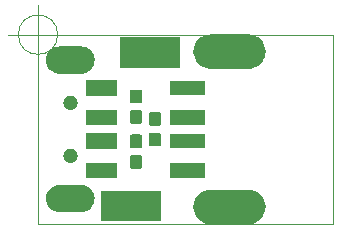
<source format=gbr>
G04 #@! TF.GenerationSoftware,KiCad,Pcbnew,(5.1.2)-2*
G04 #@! TF.CreationDate,2019-08-27T22:51:35+12:00*
G04 #@! TF.ProjectId,CacPP_PIC10,43616350-505f-4504-9943-31302e6b6963,rev?*
G04 #@! TF.SameCoordinates,Original*
G04 #@! TF.FileFunction,Soldermask,Top*
G04 #@! TF.FilePolarity,Negative*
%FSLAX46Y46*%
G04 Gerber Fmt 4.6, Leading zero omitted, Abs format (unit mm)*
G04 Created by KiCad (PCBNEW (5.1.2)-2) date 2019-08-27 22:51:35*
%MOMM*%
%LPD*%
G04 APERTURE LIST*
%ADD10C,0.050000*%
%ADD11C,0.100000*%
G04 APERTURE END LIST*
D10*
X51666666Y-30000000D02*
G75*
G03X51666666Y-30000000I-1666666J0D01*
G01*
X47500000Y-30000000D02*
X52500000Y-30000000D01*
X50000000Y-27500000D02*
X50000000Y-32500000D01*
X50000000Y-46000000D02*
X53000000Y-46000000D01*
X50000000Y-30000000D02*
X50000000Y-46000000D01*
X53000000Y-30000000D02*
X50000000Y-30000000D01*
X75000000Y-30000000D02*
X53000000Y-30000000D01*
X75000000Y-46000000D02*
X53000000Y-46000000D01*
X75000000Y-30000000D02*
X75000000Y-46000000D01*
D11*
G36*
X67997861Y-43129498D02*
G01*
X68104446Y-43139995D01*
X68377960Y-43222965D01*
X68377963Y-43222966D01*
X68630028Y-43357698D01*
X68630029Y-43357699D01*
X68630033Y-43357701D01*
X68850976Y-43539024D01*
X69032299Y-43759967D01*
X69032301Y-43759971D01*
X69032302Y-43759972D01*
X69167034Y-44012037D01*
X69167035Y-44012040D01*
X69250005Y-44285554D01*
X69278020Y-44570000D01*
X69250005Y-44854446D01*
X69230565Y-44918530D01*
X69167034Y-45127963D01*
X69032302Y-45380028D01*
X69032299Y-45380033D01*
X68850976Y-45600976D01*
X68630033Y-45782299D01*
X68630029Y-45782301D01*
X68630028Y-45782302D01*
X68377963Y-45917034D01*
X68377960Y-45917035D01*
X68104446Y-46000005D01*
X67997861Y-46010502D01*
X67891278Y-46021000D01*
X64548722Y-46021000D01*
X64442139Y-46010502D01*
X64335554Y-46000005D01*
X64062040Y-45917035D01*
X64062037Y-45917034D01*
X63809972Y-45782302D01*
X63809971Y-45782301D01*
X63809967Y-45782299D01*
X63589024Y-45600976D01*
X63407701Y-45380033D01*
X63407698Y-45380028D01*
X63272966Y-45127963D01*
X63209435Y-44918530D01*
X63189995Y-44854446D01*
X63161980Y-44570000D01*
X63189995Y-44285554D01*
X63272965Y-44012040D01*
X63272966Y-44012037D01*
X63407698Y-43759972D01*
X63407699Y-43759971D01*
X63407701Y-43759967D01*
X63589024Y-43539024D01*
X63809967Y-43357701D01*
X63809971Y-43357699D01*
X63809972Y-43357698D01*
X64062037Y-43222966D01*
X64062040Y-43222965D01*
X64335554Y-43139995D01*
X64442139Y-43129498D01*
X64548722Y-43119000D01*
X67891278Y-43119000D01*
X67997861Y-43129498D01*
X67997861Y-43129498D01*
G37*
G36*
X60451000Y-45801000D02*
G01*
X55349000Y-45801000D01*
X55349000Y-43199000D01*
X60451000Y-43199000D01*
X60451000Y-45801000D01*
X60451000Y-45801000D01*
G37*
G36*
X53819271Y-42710103D02*
G01*
X53875635Y-42715654D01*
X54092600Y-42781470D01*
X54092602Y-42781471D01*
X54292555Y-42888347D01*
X54467818Y-43032182D01*
X54611653Y-43207445D01*
X54718529Y-43407398D01*
X54718530Y-43407400D01*
X54784346Y-43624365D01*
X54806569Y-43850000D01*
X54784346Y-44075635D01*
X54720667Y-44285556D01*
X54718529Y-44292602D01*
X54611653Y-44492555D01*
X54467818Y-44667818D01*
X54292555Y-44811653D01*
X54092602Y-44918529D01*
X54092600Y-44918530D01*
X53875635Y-44984346D01*
X53819271Y-44989897D01*
X53706545Y-45001000D01*
X51793455Y-45001000D01*
X51680729Y-44989897D01*
X51624365Y-44984346D01*
X51407400Y-44918530D01*
X51407398Y-44918529D01*
X51207445Y-44811653D01*
X51032182Y-44667818D01*
X50888347Y-44492555D01*
X50781471Y-44292602D01*
X50779334Y-44285556D01*
X50715654Y-44075635D01*
X50693431Y-43850000D01*
X50715654Y-43624365D01*
X50781470Y-43407400D01*
X50781471Y-43407398D01*
X50888347Y-43207445D01*
X51032182Y-43032182D01*
X51207445Y-42888347D01*
X51407398Y-42781471D01*
X51407400Y-42781470D01*
X51624365Y-42715654D01*
X51680729Y-42710103D01*
X51793455Y-42699000D01*
X53706545Y-42699000D01*
X53819271Y-42710103D01*
X53819271Y-42710103D01*
G37*
G36*
X56651000Y-42151000D02*
G01*
X54049000Y-42151000D01*
X54049000Y-40849000D01*
X56651000Y-40849000D01*
X56651000Y-42151000D01*
X56651000Y-42151000D01*
G37*
G36*
X64131000Y-42111000D02*
G01*
X61149000Y-42111000D01*
X61149000Y-40889000D01*
X64131000Y-40889000D01*
X64131000Y-42111000D01*
X64131000Y-42111000D01*
G37*
G36*
X58664499Y-40203445D02*
G01*
X58701995Y-40214820D01*
X58736554Y-40233292D01*
X58766847Y-40258153D01*
X58791708Y-40288446D01*
X58810180Y-40323005D01*
X58821555Y-40360501D01*
X58826000Y-40405638D01*
X58826000Y-41144362D01*
X58821555Y-41189499D01*
X58810180Y-41226995D01*
X58791708Y-41261554D01*
X58766847Y-41291847D01*
X58736554Y-41316708D01*
X58701995Y-41335180D01*
X58664499Y-41346555D01*
X58619362Y-41351000D01*
X57980638Y-41351000D01*
X57935501Y-41346555D01*
X57898005Y-41335180D01*
X57863446Y-41316708D01*
X57833153Y-41291847D01*
X57808292Y-41261554D01*
X57789820Y-41226995D01*
X57778445Y-41189499D01*
X57774000Y-41144362D01*
X57774000Y-40405638D01*
X57778445Y-40360501D01*
X57789820Y-40323005D01*
X57808292Y-40288446D01*
X57833153Y-40258153D01*
X57863446Y-40233292D01*
X57898005Y-40214820D01*
X57935501Y-40203445D01*
X57980638Y-40199000D01*
X58619362Y-40199000D01*
X58664499Y-40203445D01*
X58664499Y-40203445D01*
G37*
G36*
X52886601Y-39664397D02*
G01*
X52925305Y-39672096D01*
X52957340Y-39685365D01*
X53034680Y-39717400D01*
X53133115Y-39783173D01*
X53216827Y-39866885D01*
X53282600Y-39965320D01*
X53327904Y-40074696D01*
X53351000Y-40190805D01*
X53351000Y-40309195D01*
X53327904Y-40425304D01*
X53282600Y-40534680D01*
X53216827Y-40633115D01*
X53133115Y-40716827D01*
X53034680Y-40782600D01*
X52957340Y-40814635D01*
X52925305Y-40827904D01*
X52886601Y-40835603D01*
X52809195Y-40851000D01*
X52690805Y-40851000D01*
X52613399Y-40835603D01*
X52574695Y-40827904D01*
X52542660Y-40814635D01*
X52465320Y-40782600D01*
X52366885Y-40716827D01*
X52283173Y-40633115D01*
X52217400Y-40534680D01*
X52172096Y-40425304D01*
X52149000Y-40309195D01*
X52149000Y-40190805D01*
X52172096Y-40074696D01*
X52217400Y-39965320D01*
X52283173Y-39866885D01*
X52366885Y-39783173D01*
X52465320Y-39717400D01*
X52542660Y-39685365D01*
X52574695Y-39672096D01*
X52613399Y-39664397D01*
X52690805Y-39649000D01*
X52809195Y-39649000D01*
X52886601Y-39664397D01*
X52886601Y-39664397D01*
G37*
G36*
X56651000Y-39651000D02*
G01*
X54049000Y-39651000D01*
X54049000Y-38349000D01*
X56651000Y-38349000D01*
X56651000Y-39651000D01*
X56651000Y-39651000D01*
G37*
G36*
X64131000Y-39611000D02*
G01*
X61149000Y-39611000D01*
X61149000Y-38389000D01*
X64131000Y-38389000D01*
X64131000Y-39611000D01*
X64131000Y-39611000D01*
G37*
G36*
X58664499Y-38453445D02*
G01*
X58701995Y-38464820D01*
X58736554Y-38483292D01*
X58766847Y-38508153D01*
X58791708Y-38538446D01*
X58810180Y-38573005D01*
X58821555Y-38610501D01*
X58826000Y-38655638D01*
X58826000Y-39394362D01*
X58821555Y-39439499D01*
X58810180Y-39476995D01*
X58791708Y-39511554D01*
X58766847Y-39541847D01*
X58736554Y-39566708D01*
X58701995Y-39585180D01*
X58664499Y-39596555D01*
X58619362Y-39601000D01*
X57980638Y-39601000D01*
X57935501Y-39596555D01*
X57898005Y-39585180D01*
X57863446Y-39566708D01*
X57833153Y-39541847D01*
X57808292Y-39511554D01*
X57789820Y-39476995D01*
X57778445Y-39439499D01*
X57774000Y-39394362D01*
X57774000Y-38655638D01*
X57778445Y-38610501D01*
X57789820Y-38573005D01*
X57808292Y-38538446D01*
X57833153Y-38508153D01*
X57863446Y-38483292D01*
X57898005Y-38464820D01*
X57935501Y-38453445D01*
X57980638Y-38449000D01*
X58619362Y-38449000D01*
X58664499Y-38453445D01*
X58664499Y-38453445D01*
G37*
G36*
X60264499Y-38303445D02*
G01*
X60301995Y-38314820D01*
X60336554Y-38333292D01*
X60366847Y-38358153D01*
X60391708Y-38388446D01*
X60410180Y-38423005D01*
X60421555Y-38460501D01*
X60426000Y-38505638D01*
X60426000Y-39244362D01*
X60421555Y-39289499D01*
X60410180Y-39326995D01*
X60391708Y-39361554D01*
X60366847Y-39391847D01*
X60336554Y-39416708D01*
X60301995Y-39435180D01*
X60264499Y-39446555D01*
X60219362Y-39451000D01*
X59580638Y-39451000D01*
X59535501Y-39446555D01*
X59498005Y-39435180D01*
X59463446Y-39416708D01*
X59433153Y-39391847D01*
X59408292Y-39361554D01*
X59389820Y-39326995D01*
X59378445Y-39289499D01*
X59374000Y-39244362D01*
X59374000Y-38505638D01*
X59378445Y-38460501D01*
X59389820Y-38423005D01*
X59408292Y-38388446D01*
X59433153Y-38358153D01*
X59463446Y-38333292D01*
X59498005Y-38314820D01*
X59535501Y-38303445D01*
X59580638Y-38299000D01*
X60219362Y-38299000D01*
X60264499Y-38303445D01*
X60264499Y-38303445D01*
G37*
G36*
X60264499Y-36553445D02*
G01*
X60301995Y-36564820D01*
X60336554Y-36583292D01*
X60366847Y-36608153D01*
X60391708Y-36638446D01*
X60410180Y-36673005D01*
X60421555Y-36710501D01*
X60426000Y-36755638D01*
X60426000Y-37494362D01*
X60421555Y-37539499D01*
X60410180Y-37576995D01*
X60391708Y-37611554D01*
X60366847Y-37641847D01*
X60336554Y-37666708D01*
X60301995Y-37685180D01*
X60264499Y-37696555D01*
X60219362Y-37701000D01*
X59580638Y-37701000D01*
X59535501Y-37696555D01*
X59498005Y-37685180D01*
X59463446Y-37666708D01*
X59433153Y-37641847D01*
X59408292Y-37611554D01*
X59389820Y-37576995D01*
X59378445Y-37539499D01*
X59374000Y-37494362D01*
X59374000Y-36755638D01*
X59378445Y-36710501D01*
X59389820Y-36673005D01*
X59408292Y-36638446D01*
X59433153Y-36608153D01*
X59463446Y-36583292D01*
X59498005Y-36564820D01*
X59535501Y-36553445D01*
X59580638Y-36549000D01*
X60219362Y-36549000D01*
X60264499Y-36553445D01*
X60264499Y-36553445D01*
G37*
G36*
X56651000Y-37651000D02*
G01*
X54049000Y-37651000D01*
X54049000Y-36349000D01*
X56651000Y-36349000D01*
X56651000Y-37651000D01*
X56651000Y-37651000D01*
G37*
G36*
X64131000Y-37611000D02*
G01*
X61149000Y-37611000D01*
X61149000Y-36389000D01*
X64131000Y-36389000D01*
X64131000Y-37611000D01*
X64131000Y-37611000D01*
G37*
G36*
X58664499Y-36403445D02*
G01*
X58701995Y-36414820D01*
X58736554Y-36433292D01*
X58766847Y-36458153D01*
X58791708Y-36488446D01*
X58810180Y-36523005D01*
X58821555Y-36560501D01*
X58826000Y-36605638D01*
X58826000Y-37344362D01*
X58821555Y-37389499D01*
X58810180Y-37426995D01*
X58791708Y-37461554D01*
X58766847Y-37491847D01*
X58736554Y-37516708D01*
X58701995Y-37535180D01*
X58664499Y-37546555D01*
X58619362Y-37551000D01*
X57980638Y-37551000D01*
X57935501Y-37546555D01*
X57898005Y-37535180D01*
X57863446Y-37516708D01*
X57833153Y-37491847D01*
X57808292Y-37461554D01*
X57789820Y-37426995D01*
X57778445Y-37389499D01*
X57774000Y-37344362D01*
X57774000Y-36605638D01*
X57778445Y-36560501D01*
X57789820Y-36523005D01*
X57808292Y-36488446D01*
X57833153Y-36458153D01*
X57863446Y-36433292D01*
X57898005Y-36414820D01*
X57935501Y-36403445D01*
X57980638Y-36399000D01*
X58619362Y-36399000D01*
X58664499Y-36403445D01*
X58664499Y-36403445D01*
G37*
G36*
X52886601Y-35164397D02*
G01*
X52925305Y-35172096D01*
X52957340Y-35185365D01*
X53034680Y-35217400D01*
X53133115Y-35283173D01*
X53216827Y-35366885D01*
X53282600Y-35465320D01*
X53327904Y-35574696D01*
X53351000Y-35690805D01*
X53351000Y-35809195D01*
X53327904Y-35925304D01*
X53282600Y-36034680D01*
X53216827Y-36133115D01*
X53133115Y-36216827D01*
X53034680Y-36282600D01*
X52957340Y-36314635D01*
X52925305Y-36327904D01*
X52886601Y-36335603D01*
X52809195Y-36351000D01*
X52690805Y-36351000D01*
X52613399Y-36335603D01*
X52574695Y-36327904D01*
X52542660Y-36314635D01*
X52465320Y-36282600D01*
X52366885Y-36216827D01*
X52283173Y-36133115D01*
X52217400Y-36034680D01*
X52172096Y-35925304D01*
X52149000Y-35809195D01*
X52149000Y-35690805D01*
X52172096Y-35574696D01*
X52217400Y-35465320D01*
X52283173Y-35366885D01*
X52366885Y-35283173D01*
X52465320Y-35217400D01*
X52542660Y-35185365D01*
X52574695Y-35172096D01*
X52613399Y-35164397D01*
X52690805Y-35149000D01*
X52809195Y-35149000D01*
X52886601Y-35164397D01*
X52886601Y-35164397D01*
G37*
G36*
X58664499Y-34653445D02*
G01*
X58701995Y-34664820D01*
X58736554Y-34683292D01*
X58766847Y-34708153D01*
X58791708Y-34738446D01*
X58810180Y-34773005D01*
X58821555Y-34810501D01*
X58826000Y-34855638D01*
X58826000Y-35594362D01*
X58821555Y-35639499D01*
X58810180Y-35676995D01*
X58791708Y-35711554D01*
X58766847Y-35741847D01*
X58736554Y-35766708D01*
X58701995Y-35785180D01*
X58664499Y-35796555D01*
X58619362Y-35801000D01*
X57980638Y-35801000D01*
X57935501Y-35796555D01*
X57898005Y-35785180D01*
X57863446Y-35766708D01*
X57833153Y-35741847D01*
X57808292Y-35711554D01*
X57789820Y-35676995D01*
X57778445Y-35639499D01*
X57774000Y-35594362D01*
X57774000Y-34855638D01*
X57778445Y-34810501D01*
X57789820Y-34773005D01*
X57808292Y-34738446D01*
X57833153Y-34708153D01*
X57863446Y-34683292D01*
X57898005Y-34664820D01*
X57935501Y-34653445D01*
X57980638Y-34649000D01*
X58619362Y-34649000D01*
X58664499Y-34653445D01*
X58664499Y-34653445D01*
G37*
G36*
X56651000Y-35151000D02*
G01*
X54049000Y-35151000D01*
X54049000Y-33849000D01*
X56651000Y-33849000D01*
X56651000Y-35151000D01*
X56651000Y-35151000D01*
G37*
G36*
X64131000Y-35111000D02*
G01*
X61149000Y-35111000D01*
X61149000Y-33889000D01*
X64131000Y-33889000D01*
X64131000Y-35111000D01*
X64131000Y-35111000D01*
G37*
G36*
X53819271Y-31010103D02*
G01*
X53875635Y-31015654D01*
X54092600Y-31081470D01*
X54092602Y-31081471D01*
X54292555Y-31188347D01*
X54467818Y-31332182D01*
X54611653Y-31507445D01*
X54718529Y-31707398D01*
X54718530Y-31707400D01*
X54784346Y-31924365D01*
X54790610Y-31987963D01*
X54806569Y-32150000D01*
X54784346Y-32375634D01*
X54718529Y-32592602D01*
X54611653Y-32792555D01*
X54467818Y-32967818D01*
X54292555Y-33111653D01*
X54092602Y-33218529D01*
X54092600Y-33218530D01*
X53875635Y-33284346D01*
X53819271Y-33289897D01*
X53706545Y-33301000D01*
X51793455Y-33301000D01*
X51680729Y-33289897D01*
X51624365Y-33284346D01*
X51407400Y-33218530D01*
X51407398Y-33218529D01*
X51207445Y-33111653D01*
X51032182Y-32967818D01*
X50888347Y-32792555D01*
X50781471Y-32592602D01*
X50715654Y-32375634D01*
X50693431Y-32150000D01*
X50709390Y-31987963D01*
X50715654Y-31924365D01*
X50781470Y-31707400D01*
X50781471Y-31707398D01*
X50888347Y-31507445D01*
X51032182Y-31332182D01*
X51207445Y-31188347D01*
X51407398Y-31081471D01*
X51407400Y-31081470D01*
X51624365Y-31015654D01*
X51680729Y-31010103D01*
X51793455Y-30999000D01*
X53706545Y-30999000D01*
X53819271Y-31010103D01*
X53819271Y-31010103D01*
G37*
G36*
X67997861Y-29989498D02*
G01*
X68104446Y-29999995D01*
X68377960Y-30082965D01*
X68377963Y-30082966D01*
X68630028Y-30217698D01*
X68630029Y-30217699D01*
X68630033Y-30217701D01*
X68850976Y-30399024D01*
X69032299Y-30619967D01*
X69032301Y-30619971D01*
X69032302Y-30619972D01*
X69167034Y-30872037D01*
X69167035Y-30872040D01*
X69250005Y-31145554D01*
X69278020Y-31430000D01*
X69250005Y-31714446D01*
X69186326Y-31924365D01*
X69167034Y-31987963D01*
X69080423Y-32150000D01*
X69032299Y-32240033D01*
X68850976Y-32460976D01*
X68630033Y-32642299D01*
X68630029Y-32642301D01*
X68630028Y-32642302D01*
X68377963Y-32777034D01*
X68377960Y-32777035D01*
X68104446Y-32860005D01*
X67997861Y-32870503D01*
X67891278Y-32881000D01*
X64548722Y-32881000D01*
X64442139Y-32870503D01*
X64335554Y-32860005D01*
X64062040Y-32777035D01*
X64062037Y-32777034D01*
X63809972Y-32642302D01*
X63809971Y-32642301D01*
X63809967Y-32642299D01*
X63589024Y-32460976D01*
X63407701Y-32240033D01*
X63359577Y-32150000D01*
X63272966Y-31987963D01*
X63253674Y-31924365D01*
X63189995Y-31714446D01*
X63161980Y-31430000D01*
X63189995Y-31145554D01*
X63272965Y-30872040D01*
X63272966Y-30872037D01*
X63407698Y-30619972D01*
X63407699Y-30619971D01*
X63407701Y-30619967D01*
X63589024Y-30399024D01*
X63809967Y-30217701D01*
X63809971Y-30217699D01*
X63809972Y-30217698D01*
X64062037Y-30082966D01*
X64062040Y-30082965D01*
X64335554Y-29999995D01*
X64442139Y-29989498D01*
X64548722Y-29979000D01*
X67891278Y-29979000D01*
X67997861Y-29989498D01*
X67997861Y-29989498D01*
G37*
G36*
X62051000Y-32801000D02*
G01*
X56949000Y-32801000D01*
X56949000Y-30199000D01*
X62051000Y-30199000D01*
X62051000Y-32801000D01*
X62051000Y-32801000D01*
G37*
M02*

</source>
